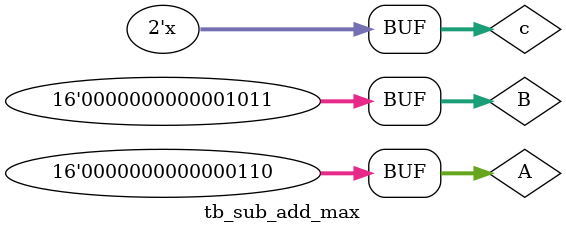
<source format=v>


`timescale 1ns/100ps
module tb_sub_add_max();
		parameter msb = 15;
		reg signed [msb:0] A, B;
		reg[1:0] c;
		wire signed [msb:0] O;
		
		initial begin
			A = 10;
			B = 5;
			c = 0;
			#4 A = 6; B = 11;
			
			end
		always #1 c = c + 1;

		//module sub_add_max(O, A, B, c1, c0);
		sub_add_max sub_add_max0(.O(O), .A(A), .B(B), .c1(c[1]), .c0(c[0]));
endmodule



</source>
